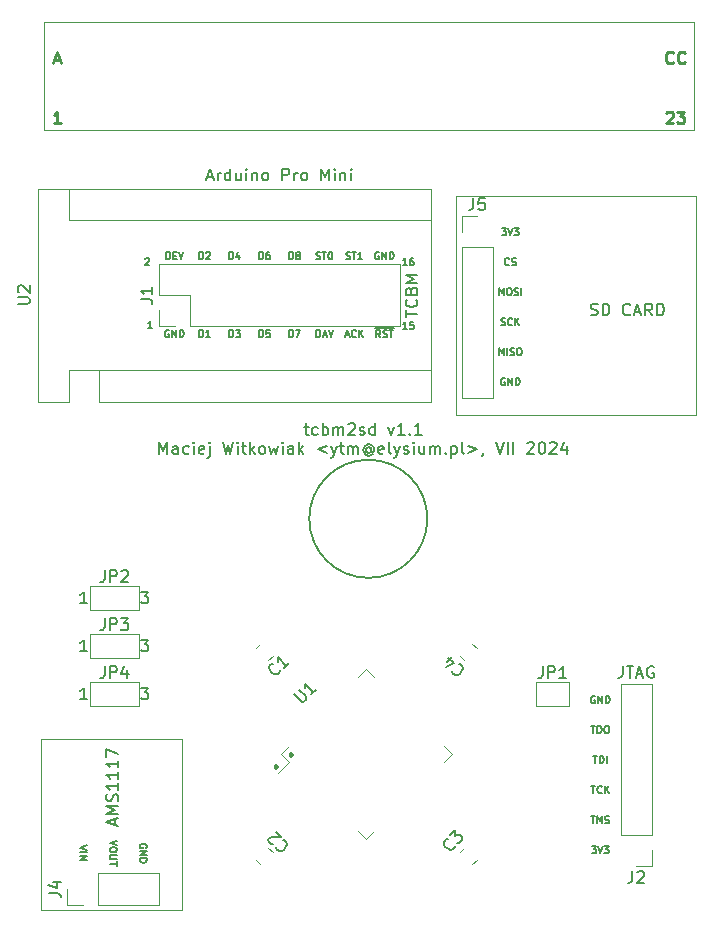
<source format=gto>
G04 #@! TF.GenerationSoftware,KiCad,Pcbnew,(6.0.11)*
G04 #@! TF.CreationDate,2024-07-24T19:14:20+02:00*
G04 #@! TF.ProjectId,tcbm2sd,7463626d-3273-4642-9e6b-696361645f70,1.1*
G04 #@! TF.SameCoordinates,Original*
G04 #@! TF.FileFunction,Legend,Top*
G04 #@! TF.FilePolarity,Positive*
%FSLAX46Y46*%
G04 Gerber Fmt 4.6, Leading zero omitted, Abs format (unit mm)*
G04 Created by KiCad (PCBNEW (6.0.11)) date 2024-07-24 19:14:20*
%MOMM*%
%LPD*%
G01*
G04 APERTURE LIST*
G04 Aperture macros list*
%AMRoundRect*
0 Rectangle with rounded corners*
0 $1 Rounding radius*
0 $2 $3 $4 $5 $6 $7 $8 $9 X,Y pos of 4 corners*
0 Add a 4 corners polygon primitive as box body*
4,1,4,$2,$3,$4,$5,$6,$7,$8,$9,$2,$3,0*
0 Add four circle primitives for the rounded corners*
1,1,$1+$1,$2,$3*
1,1,$1+$1,$4,$5*
1,1,$1+$1,$6,$7*
1,1,$1+$1,$8,$9*
0 Add four rect primitives between the rounded corners*
20,1,$1+$1,$2,$3,$4,$5,0*
20,1,$1+$1,$4,$5,$6,$7,0*
20,1,$1+$1,$6,$7,$8,$9,0*
20,1,$1+$1,$8,$9,$2,$3,0*%
G04 Aperture macros list end*
%ADD10C,0.150000*%
%ADD11C,0.300000*%
%ADD12C,0.120000*%
%ADD13C,0.250000*%
%ADD14C,0.127000*%
%ADD15R,1.000000X1.500000*%
%ADD16RoundRect,0.250000X-0.097227X0.574524X-0.574524X0.097227X0.097227X-0.574524X0.574524X-0.097227X0*%
%ADD17RoundRect,0.250000X0.574524X0.097227X0.097227X0.574524X-0.574524X-0.097227X-0.097227X-0.574524X0*%
%ADD18R,1.700000X1.700000*%
%ADD19O,1.700000X1.700000*%
%ADD20RoundRect,0.250000X-0.574524X-0.097227X-0.097227X-0.574524X0.574524X0.097227X0.097227X0.574524X0*%
%ADD21RoundRect,0.075000X-0.415425X-0.521491X0.521491X0.415425X0.415425X0.521491X-0.521491X-0.415425X0*%
%ADD22RoundRect,0.075000X0.415425X-0.521491X0.521491X-0.415425X-0.415425X0.521491X-0.521491X0.415425X0*%
%ADD23R,1.600000X1.600000*%
%ADD24O,1.600000X1.600000*%
%ADD25C,1.600000*%
%ADD26C,5.000000*%
%ADD27RoundRect,0.163300X-0.337500X-4.512500X0.337500X-4.512500X0.337500X4.512500X-0.337500X4.512500X0*%
G04 APERTURE END LIST*
D10*
X151777714Y-80535428D02*
X151434857Y-80535428D01*
X151606285Y-80535428D02*
X151606285Y-79935428D01*
X151549142Y-80021142D01*
X151492000Y-80078285D01*
X151434857Y-80106857D01*
X152292000Y-79935428D02*
X152177714Y-79935428D01*
X152120571Y-79964000D01*
X152092000Y-79992571D01*
X152034857Y-80078285D01*
X152006285Y-80192571D01*
X152006285Y-80421142D01*
X152034857Y-80478285D01*
X152063428Y-80506857D01*
X152120571Y-80535428D01*
X152234857Y-80535428D01*
X152292000Y-80506857D01*
X152320571Y-80478285D01*
X152349142Y-80421142D01*
X152349142Y-80278285D01*
X152320571Y-80221142D01*
X152292000Y-80192571D01*
X152234857Y-80164000D01*
X152120571Y-80164000D01*
X152063428Y-80192571D01*
X152034857Y-80221142D01*
X152006285Y-80278285D01*
X151777714Y-85934428D02*
X151434857Y-85934428D01*
X151606285Y-85934428D02*
X151606285Y-85334428D01*
X151549142Y-85420142D01*
X151492000Y-85477285D01*
X151434857Y-85505857D01*
X152320571Y-85334428D02*
X152034857Y-85334428D01*
X152006285Y-85620142D01*
X152034857Y-85591571D01*
X152092000Y-85563000D01*
X152234857Y-85563000D01*
X152292000Y-85591571D01*
X152320571Y-85620142D01*
X152349142Y-85677285D01*
X152349142Y-85820142D01*
X152320571Y-85877285D01*
X152292000Y-85905857D01*
X152234857Y-85934428D01*
X152092000Y-85934428D01*
X152034857Y-85905857D01*
X152006285Y-85877285D01*
X129622571Y-79992571D02*
X129651142Y-79964000D01*
X129708285Y-79935428D01*
X129851142Y-79935428D01*
X129908285Y-79964000D01*
X129936857Y-79992571D01*
X129965428Y-80049714D01*
X129965428Y-80106857D01*
X129936857Y-80192571D01*
X129594000Y-80535428D01*
X129965428Y-80535428D01*
X130219428Y-85869428D02*
X129876571Y-85869428D01*
X130048000Y-85869428D02*
X130048000Y-85269428D01*
X129990857Y-85355142D01*
X129933714Y-85412285D01*
X129876571Y-85440857D01*
D11*
X141986000Y-121947714D02*
X142057428Y-122019142D01*
X141986000Y-122090571D01*
X141914571Y-122019142D01*
X141986000Y-121947714D01*
X141986000Y-122090571D01*
D12*
X155956000Y-93218000D02*
X176276000Y-93218000D01*
X176276000Y-93218000D02*
X176276000Y-74676000D01*
X176276000Y-74676000D02*
X155956000Y-74676000D01*
X155956000Y-74676000D02*
X155956000Y-93218000D01*
X132715000Y-135129261D02*
X120777000Y-135129261D01*
X120777000Y-135129261D02*
X120777000Y-120651261D01*
X120777000Y-120651261D02*
X132715000Y-120651261D01*
X132715000Y-120651261D02*
X132715000Y-135129261D01*
D10*
X141797142Y-86631428D02*
X141797142Y-86031428D01*
X141940000Y-86031428D01*
X142025714Y-86060000D01*
X142082857Y-86117142D01*
X142111428Y-86174285D01*
X142140000Y-86288571D01*
X142140000Y-86374285D01*
X142111428Y-86488571D01*
X142082857Y-86545714D01*
X142025714Y-86602857D01*
X141940000Y-86631428D01*
X141797142Y-86631428D01*
X142340000Y-86031428D02*
X142740000Y-86031428D01*
X142482857Y-86631428D01*
X124661571Y-129646118D02*
X124061571Y-129846118D01*
X124661571Y-130046118D01*
X124061571Y-130246118D02*
X124661571Y-130246118D01*
X124061571Y-130531832D02*
X124661571Y-130531832D01*
X124061571Y-130874689D01*
X124661571Y-130874689D01*
X146577142Y-86460000D02*
X146862857Y-86460000D01*
X146520000Y-86631428D02*
X146720000Y-86031428D01*
X146920000Y-86631428D01*
X147462857Y-86574285D02*
X147434285Y-86602857D01*
X147348571Y-86631428D01*
X147291428Y-86631428D01*
X147205714Y-86602857D01*
X147148571Y-86545714D01*
X147120000Y-86488571D01*
X147091428Y-86374285D01*
X147091428Y-86288571D01*
X147120000Y-86174285D01*
X147148571Y-86117142D01*
X147205714Y-86060000D01*
X147291428Y-86031428D01*
X147348571Y-86031428D01*
X147434285Y-86060000D01*
X147462857Y-86088571D01*
X147720000Y-86631428D02*
X147720000Y-86031428D01*
X148062857Y-86631428D02*
X147805714Y-86288571D01*
X148062857Y-86031428D02*
X147720000Y-86374285D01*
X149045714Y-85862000D02*
X149645714Y-85862000D01*
X149531428Y-86631428D02*
X149331428Y-86345714D01*
X149188571Y-86631428D02*
X149188571Y-86031428D01*
X149417142Y-86031428D01*
X149474285Y-86060000D01*
X149502857Y-86088571D01*
X149531428Y-86145714D01*
X149531428Y-86231428D01*
X149502857Y-86288571D01*
X149474285Y-86317142D01*
X149417142Y-86345714D01*
X149188571Y-86345714D01*
X149645714Y-85862000D02*
X150217142Y-85862000D01*
X149760000Y-86602857D02*
X149845714Y-86631428D01*
X149988571Y-86631428D01*
X150045714Y-86602857D01*
X150074285Y-86574285D01*
X150102857Y-86517142D01*
X150102857Y-86460000D01*
X150074285Y-86402857D01*
X150045714Y-86374285D01*
X149988571Y-86345714D01*
X149874285Y-86317142D01*
X149817142Y-86288571D01*
X149788571Y-86260000D01*
X149760000Y-86202857D01*
X149760000Y-86145714D01*
X149788571Y-86088571D01*
X149817142Y-86060000D01*
X149874285Y-86031428D01*
X150017142Y-86031428D01*
X150102857Y-86060000D01*
X150217142Y-85862000D02*
X150674285Y-85862000D01*
X150274285Y-86031428D02*
X150617142Y-86031428D01*
X150445714Y-86631428D02*
X150445714Y-86031428D01*
X167348000Y-127179428D02*
X167690857Y-127179428D01*
X167519428Y-127779428D02*
X167519428Y-127179428D01*
X167890857Y-127779428D02*
X167890857Y-127179428D01*
X168090857Y-127608000D01*
X168290857Y-127179428D01*
X168290857Y-127779428D01*
X168548000Y-127750857D02*
X168633714Y-127779428D01*
X168776571Y-127779428D01*
X168833714Y-127750857D01*
X168862285Y-127722285D01*
X168890857Y-127665142D01*
X168890857Y-127608000D01*
X168862285Y-127550857D01*
X168833714Y-127522285D01*
X168776571Y-127493714D01*
X168662285Y-127465142D01*
X168605142Y-127436571D01*
X168576571Y-127408000D01*
X168548000Y-127350857D01*
X168548000Y-127293714D01*
X168576571Y-127236571D01*
X168605142Y-127208000D01*
X168662285Y-127179428D01*
X168805142Y-127179428D01*
X168890857Y-127208000D01*
X167533714Y-122099428D02*
X167876571Y-122099428D01*
X167705142Y-122699428D02*
X167705142Y-122099428D01*
X168076571Y-122699428D02*
X168076571Y-122099428D01*
X168219428Y-122099428D01*
X168305142Y-122128000D01*
X168362285Y-122185142D01*
X168390857Y-122242285D01*
X168419428Y-122356571D01*
X168419428Y-122442285D01*
X168390857Y-122556571D01*
X168362285Y-122613714D01*
X168305142Y-122670857D01*
X168219428Y-122699428D01*
X168076571Y-122699428D01*
X168676571Y-122699428D02*
X168676571Y-122099428D01*
X143058190Y-94230714D02*
X143439142Y-94230714D01*
X143201047Y-93897380D02*
X143201047Y-94754523D01*
X143248666Y-94849761D01*
X143343904Y-94897380D01*
X143439142Y-94897380D01*
X144201047Y-94849761D02*
X144105809Y-94897380D01*
X143915333Y-94897380D01*
X143820095Y-94849761D01*
X143772476Y-94802142D01*
X143724857Y-94706904D01*
X143724857Y-94421190D01*
X143772476Y-94325952D01*
X143820095Y-94278333D01*
X143915333Y-94230714D01*
X144105809Y-94230714D01*
X144201047Y-94278333D01*
X144629619Y-94897380D02*
X144629619Y-93897380D01*
X144629619Y-94278333D02*
X144724857Y-94230714D01*
X144915333Y-94230714D01*
X145010571Y-94278333D01*
X145058190Y-94325952D01*
X145105809Y-94421190D01*
X145105809Y-94706904D01*
X145058190Y-94802142D01*
X145010571Y-94849761D01*
X144915333Y-94897380D01*
X144724857Y-94897380D01*
X144629619Y-94849761D01*
X145534380Y-94897380D02*
X145534380Y-94230714D01*
X145534380Y-94325952D02*
X145582000Y-94278333D01*
X145677238Y-94230714D01*
X145820095Y-94230714D01*
X145915333Y-94278333D01*
X145962952Y-94373571D01*
X145962952Y-94897380D01*
X145962952Y-94373571D02*
X146010571Y-94278333D01*
X146105809Y-94230714D01*
X146248666Y-94230714D01*
X146343904Y-94278333D01*
X146391523Y-94373571D01*
X146391523Y-94897380D01*
X146820095Y-93992619D02*
X146867714Y-93945000D01*
X146962952Y-93897380D01*
X147201047Y-93897380D01*
X147296285Y-93945000D01*
X147343904Y-93992619D01*
X147391523Y-94087857D01*
X147391523Y-94183095D01*
X147343904Y-94325952D01*
X146772476Y-94897380D01*
X147391523Y-94897380D01*
X147772476Y-94849761D02*
X147867714Y-94897380D01*
X148058190Y-94897380D01*
X148153428Y-94849761D01*
X148201047Y-94754523D01*
X148201047Y-94706904D01*
X148153428Y-94611666D01*
X148058190Y-94564047D01*
X147915333Y-94564047D01*
X147820095Y-94516428D01*
X147772476Y-94421190D01*
X147772476Y-94373571D01*
X147820095Y-94278333D01*
X147915333Y-94230714D01*
X148058190Y-94230714D01*
X148153428Y-94278333D01*
X149058190Y-94897380D02*
X149058190Y-93897380D01*
X149058190Y-94849761D02*
X148962952Y-94897380D01*
X148772476Y-94897380D01*
X148677238Y-94849761D01*
X148629619Y-94802142D01*
X148582000Y-94706904D01*
X148582000Y-94421190D01*
X148629619Y-94325952D01*
X148677238Y-94278333D01*
X148772476Y-94230714D01*
X148962952Y-94230714D01*
X149058190Y-94278333D01*
X150201047Y-94230714D02*
X150439142Y-94897380D01*
X150677238Y-94230714D01*
X151582000Y-94897380D02*
X151010571Y-94897380D01*
X151296285Y-94897380D02*
X151296285Y-93897380D01*
X151201047Y-94040238D01*
X151105809Y-94135476D01*
X151010571Y-94183095D01*
X152010571Y-94802142D02*
X152058190Y-94849761D01*
X152010571Y-94897380D01*
X151962952Y-94849761D01*
X152010571Y-94802142D01*
X152010571Y-94897380D01*
X153010571Y-94897380D02*
X152439142Y-94897380D01*
X152724857Y-94897380D02*
X152724857Y-93897380D01*
X152629619Y-94040238D01*
X152534380Y-94135476D01*
X152439142Y-94183095D01*
X130820095Y-96507380D02*
X130820095Y-95507380D01*
X131153428Y-96221666D01*
X131486761Y-95507380D01*
X131486761Y-96507380D01*
X132391523Y-96507380D02*
X132391523Y-95983571D01*
X132343904Y-95888333D01*
X132248666Y-95840714D01*
X132058190Y-95840714D01*
X131962952Y-95888333D01*
X132391523Y-96459761D02*
X132296285Y-96507380D01*
X132058190Y-96507380D01*
X131962952Y-96459761D01*
X131915333Y-96364523D01*
X131915333Y-96269285D01*
X131962952Y-96174047D01*
X132058190Y-96126428D01*
X132296285Y-96126428D01*
X132391523Y-96078809D01*
X133296285Y-96459761D02*
X133201047Y-96507380D01*
X133010571Y-96507380D01*
X132915333Y-96459761D01*
X132867714Y-96412142D01*
X132820095Y-96316904D01*
X132820095Y-96031190D01*
X132867714Y-95935952D01*
X132915333Y-95888333D01*
X133010571Y-95840714D01*
X133201047Y-95840714D01*
X133296285Y-95888333D01*
X133724857Y-96507380D02*
X133724857Y-95840714D01*
X133724857Y-95507380D02*
X133677238Y-95555000D01*
X133724857Y-95602619D01*
X133772476Y-95555000D01*
X133724857Y-95507380D01*
X133724857Y-95602619D01*
X134582000Y-96459761D02*
X134486761Y-96507380D01*
X134296285Y-96507380D01*
X134201047Y-96459761D01*
X134153428Y-96364523D01*
X134153428Y-95983571D01*
X134201047Y-95888333D01*
X134296285Y-95840714D01*
X134486761Y-95840714D01*
X134582000Y-95888333D01*
X134629619Y-95983571D01*
X134629619Y-96078809D01*
X134153428Y-96174047D01*
X135058190Y-95840714D02*
X135058190Y-96697857D01*
X135010571Y-96793095D01*
X134915333Y-96840714D01*
X134867714Y-96840714D01*
X135058190Y-95507380D02*
X135010571Y-95555000D01*
X135058190Y-95602619D01*
X135105809Y-95555000D01*
X135058190Y-95507380D01*
X135058190Y-95602619D01*
X136201047Y-95507380D02*
X136439142Y-96507380D01*
X136629619Y-95793095D01*
X136820095Y-96507380D01*
X137058190Y-95507380D01*
X137439142Y-96507380D02*
X137439142Y-95840714D01*
X137439142Y-95507380D02*
X137391523Y-95555000D01*
X137439142Y-95602619D01*
X137486761Y-95555000D01*
X137439142Y-95507380D01*
X137439142Y-95602619D01*
X137772476Y-95840714D02*
X138153428Y-95840714D01*
X137915333Y-95507380D02*
X137915333Y-96364523D01*
X137962952Y-96459761D01*
X138058190Y-96507380D01*
X138153428Y-96507380D01*
X138486761Y-96507380D02*
X138486761Y-95507380D01*
X138582000Y-96126428D02*
X138867714Y-96507380D01*
X138867714Y-95840714D02*
X138486761Y-96221666D01*
X139439142Y-96507380D02*
X139343904Y-96459761D01*
X139296285Y-96412142D01*
X139248666Y-96316904D01*
X139248666Y-96031190D01*
X139296285Y-95935952D01*
X139343904Y-95888333D01*
X139439142Y-95840714D01*
X139582000Y-95840714D01*
X139677238Y-95888333D01*
X139724857Y-95935952D01*
X139772476Y-96031190D01*
X139772476Y-96316904D01*
X139724857Y-96412142D01*
X139677238Y-96459761D01*
X139582000Y-96507380D01*
X139439142Y-96507380D01*
X140105809Y-95840714D02*
X140296285Y-96507380D01*
X140486761Y-96031190D01*
X140677238Y-96507380D01*
X140867714Y-95840714D01*
X141248666Y-96507380D02*
X141248666Y-95840714D01*
X141248666Y-95507380D02*
X141201047Y-95555000D01*
X141248666Y-95602619D01*
X141296285Y-95555000D01*
X141248666Y-95507380D01*
X141248666Y-95602619D01*
X142153428Y-96507380D02*
X142153428Y-95983571D01*
X142105809Y-95888333D01*
X142010571Y-95840714D01*
X141820095Y-95840714D01*
X141724857Y-95888333D01*
X142153428Y-96459761D02*
X142058190Y-96507380D01*
X141820095Y-96507380D01*
X141724857Y-96459761D01*
X141677238Y-96364523D01*
X141677238Y-96269285D01*
X141724857Y-96174047D01*
X141820095Y-96126428D01*
X142058190Y-96126428D01*
X142153428Y-96078809D01*
X142629619Y-96507380D02*
X142629619Y-95507380D01*
X142724857Y-96126428D02*
X143010571Y-96507380D01*
X143010571Y-95840714D02*
X142629619Y-96221666D01*
X144962952Y-95840714D02*
X144201047Y-96126428D01*
X144962952Y-96412142D01*
X145343904Y-95840714D02*
X145582000Y-96507380D01*
X145820095Y-95840714D02*
X145582000Y-96507380D01*
X145486761Y-96745476D01*
X145439142Y-96793095D01*
X145343904Y-96840714D01*
X146058190Y-95840714D02*
X146439142Y-95840714D01*
X146201047Y-95507380D02*
X146201047Y-96364523D01*
X146248666Y-96459761D01*
X146343904Y-96507380D01*
X146439142Y-96507380D01*
X146772476Y-96507380D02*
X146772476Y-95840714D01*
X146772476Y-95935952D02*
X146820095Y-95888333D01*
X146915333Y-95840714D01*
X147058190Y-95840714D01*
X147153428Y-95888333D01*
X147201047Y-95983571D01*
X147201047Y-96507380D01*
X147201047Y-95983571D02*
X147248666Y-95888333D01*
X147343904Y-95840714D01*
X147486761Y-95840714D01*
X147582000Y-95888333D01*
X147629619Y-95983571D01*
X147629619Y-96507380D01*
X148724857Y-96031190D02*
X148677238Y-95983571D01*
X148582000Y-95935952D01*
X148486761Y-95935952D01*
X148391523Y-95983571D01*
X148343904Y-96031190D01*
X148296285Y-96126428D01*
X148296285Y-96221666D01*
X148343904Y-96316904D01*
X148391523Y-96364523D01*
X148486761Y-96412142D01*
X148582000Y-96412142D01*
X148677238Y-96364523D01*
X148724857Y-96316904D01*
X148724857Y-95935952D02*
X148724857Y-96316904D01*
X148772476Y-96364523D01*
X148820095Y-96364523D01*
X148915333Y-96316904D01*
X148962952Y-96221666D01*
X148962952Y-95983571D01*
X148867714Y-95840714D01*
X148724857Y-95745476D01*
X148534380Y-95697857D01*
X148343904Y-95745476D01*
X148201047Y-95840714D01*
X148105809Y-95983571D01*
X148058190Y-96174047D01*
X148105809Y-96364523D01*
X148201047Y-96507380D01*
X148343904Y-96602619D01*
X148534380Y-96650238D01*
X148724857Y-96602619D01*
X148867714Y-96507380D01*
X149772476Y-96459761D02*
X149677238Y-96507380D01*
X149486761Y-96507380D01*
X149391523Y-96459761D01*
X149343904Y-96364523D01*
X149343904Y-95983571D01*
X149391523Y-95888333D01*
X149486761Y-95840714D01*
X149677238Y-95840714D01*
X149772476Y-95888333D01*
X149820095Y-95983571D01*
X149820095Y-96078809D01*
X149343904Y-96174047D01*
X150391523Y-96507380D02*
X150296285Y-96459761D01*
X150248666Y-96364523D01*
X150248666Y-95507380D01*
X150677238Y-95840714D02*
X150915333Y-96507380D01*
X151153428Y-95840714D02*
X150915333Y-96507380D01*
X150820095Y-96745476D01*
X150772476Y-96793095D01*
X150677238Y-96840714D01*
X151486761Y-96459761D02*
X151582000Y-96507380D01*
X151772476Y-96507380D01*
X151867714Y-96459761D01*
X151915333Y-96364523D01*
X151915333Y-96316904D01*
X151867714Y-96221666D01*
X151772476Y-96174047D01*
X151629619Y-96174047D01*
X151534380Y-96126428D01*
X151486761Y-96031190D01*
X151486761Y-95983571D01*
X151534380Y-95888333D01*
X151629619Y-95840714D01*
X151772476Y-95840714D01*
X151867714Y-95888333D01*
X152343904Y-96507380D02*
X152343904Y-95840714D01*
X152343904Y-95507380D02*
X152296285Y-95555000D01*
X152343904Y-95602619D01*
X152391523Y-95555000D01*
X152343904Y-95507380D01*
X152343904Y-95602619D01*
X153248666Y-95840714D02*
X153248666Y-96507380D01*
X152820095Y-95840714D02*
X152820095Y-96364523D01*
X152867714Y-96459761D01*
X152962952Y-96507380D01*
X153105809Y-96507380D01*
X153201047Y-96459761D01*
X153248666Y-96412142D01*
X153724857Y-96507380D02*
X153724857Y-95840714D01*
X153724857Y-95935952D02*
X153772476Y-95888333D01*
X153867714Y-95840714D01*
X154010571Y-95840714D01*
X154105809Y-95888333D01*
X154153428Y-95983571D01*
X154153428Y-96507380D01*
X154153428Y-95983571D02*
X154201047Y-95888333D01*
X154296285Y-95840714D01*
X154439142Y-95840714D01*
X154534380Y-95888333D01*
X154582000Y-95983571D01*
X154582000Y-96507380D01*
X155058190Y-96412142D02*
X155105809Y-96459761D01*
X155058190Y-96507380D01*
X155010571Y-96459761D01*
X155058190Y-96412142D01*
X155058190Y-96507380D01*
X155534380Y-95840714D02*
X155534380Y-96840714D01*
X155534380Y-95888333D02*
X155629619Y-95840714D01*
X155820095Y-95840714D01*
X155915333Y-95888333D01*
X155962952Y-95935952D01*
X156010571Y-96031190D01*
X156010571Y-96316904D01*
X155962952Y-96412142D01*
X155915333Y-96459761D01*
X155820095Y-96507380D01*
X155629619Y-96507380D01*
X155534380Y-96459761D01*
X156582000Y-96507380D02*
X156486761Y-96459761D01*
X156439142Y-96364523D01*
X156439142Y-95507380D01*
X156962952Y-95840714D02*
X157724857Y-96126428D01*
X156962952Y-96412142D01*
X158248666Y-96459761D02*
X158248666Y-96507380D01*
X158201047Y-96602619D01*
X158153428Y-96650238D01*
X159296285Y-95507380D02*
X159629619Y-96507380D01*
X159962952Y-95507380D01*
X160296285Y-96507380D02*
X160296285Y-95507380D01*
X160772476Y-96507380D02*
X160772476Y-95507380D01*
X161962952Y-95602619D02*
X162010571Y-95555000D01*
X162105809Y-95507380D01*
X162343904Y-95507380D01*
X162439142Y-95555000D01*
X162486761Y-95602619D01*
X162534380Y-95697857D01*
X162534380Y-95793095D01*
X162486761Y-95935952D01*
X161915333Y-96507380D01*
X162534380Y-96507380D01*
X163153428Y-95507380D02*
X163248666Y-95507380D01*
X163343904Y-95555000D01*
X163391523Y-95602619D01*
X163439142Y-95697857D01*
X163486761Y-95888333D01*
X163486761Y-96126428D01*
X163439142Y-96316904D01*
X163391523Y-96412142D01*
X163343904Y-96459761D01*
X163248666Y-96507380D01*
X163153428Y-96507380D01*
X163058190Y-96459761D01*
X163010571Y-96412142D01*
X162962952Y-96316904D01*
X162915333Y-96126428D01*
X162915333Y-95888333D01*
X162962952Y-95697857D01*
X163010571Y-95602619D01*
X163058190Y-95555000D01*
X163153428Y-95507380D01*
X163867714Y-95602619D02*
X163915333Y-95555000D01*
X164010571Y-95507380D01*
X164248666Y-95507380D01*
X164343904Y-95555000D01*
X164391523Y-95602619D01*
X164439142Y-95697857D01*
X164439142Y-95793095D01*
X164391523Y-95935952D01*
X163820095Y-96507380D01*
X164439142Y-96507380D01*
X165296285Y-95840714D02*
X165296285Y-96507380D01*
X165058190Y-95459761D02*
X164820095Y-96174047D01*
X165439142Y-96174047D01*
X167405142Y-129719428D02*
X167776571Y-129719428D01*
X167576571Y-129948000D01*
X167662285Y-129948000D01*
X167719428Y-129976571D01*
X167748000Y-130005142D01*
X167776571Y-130062285D01*
X167776571Y-130205142D01*
X167748000Y-130262285D01*
X167719428Y-130290857D01*
X167662285Y-130319428D01*
X167490857Y-130319428D01*
X167433714Y-130290857D01*
X167405142Y-130262285D01*
X167948000Y-129719428D02*
X168148000Y-130319428D01*
X168348000Y-129719428D01*
X168490857Y-129719428D02*
X168862285Y-129719428D01*
X168662285Y-129948000D01*
X168748000Y-129948000D01*
X168805142Y-129976571D01*
X168833714Y-130005142D01*
X168862285Y-130062285D01*
X168862285Y-130205142D01*
X168833714Y-130262285D01*
X168805142Y-130290857D01*
X168748000Y-130319428D01*
X168576571Y-130319428D01*
X168519428Y-130290857D01*
X168490857Y-130262285D01*
X159756571Y-85586857D02*
X159842285Y-85615428D01*
X159985142Y-85615428D01*
X160042285Y-85586857D01*
X160070857Y-85558285D01*
X160099428Y-85501142D01*
X160099428Y-85444000D01*
X160070857Y-85386857D01*
X160042285Y-85358285D01*
X159985142Y-85329714D01*
X159870857Y-85301142D01*
X159813714Y-85272571D01*
X159785142Y-85244000D01*
X159756571Y-85186857D01*
X159756571Y-85129714D01*
X159785142Y-85072571D01*
X159813714Y-85044000D01*
X159870857Y-85015428D01*
X160013714Y-85015428D01*
X160099428Y-85044000D01*
X160699428Y-85558285D02*
X160670857Y-85586857D01*
X160585142Y-85615428D01*
X160528000Y-85615428D01*
X160442285Y-85586857D01*
X160385142Y-85529714D01*
X160356571Y-85472571D01*
X160328000Y-85358285D01*
X160328000Y-85272571D01*
X160356571Y-85158285D01*
X160385142Y-85101142D01*
X160442285Y-85044000D01*
X160528000Y-85015428D01*
X160585142Y-85015428D01*
X160670857Y-85044000D01*
X160699428Y-85072571D01*
X160956571Y-85615428D02*
X160956571Y-85015428D01*
X161299428Y-85615428D02*
X161042285Y-85272571D01*
X161299428Y-85015428D02*
X160956571Y-85358285D01*
X159585142Y-88155428D02*
X159585142Y-87555428D01*
X159785142Y-87984000D01*
X159985142Y-87555428D01*
X159985142Y-88155428D01*
X160270857Y-88155428D02*
X160270857Y-87555428D01*
X160528000Y-88126857D02*
X160613714Y-88155428D01*
X160756571Y-88155428D01*
X160813714Y-88126857D01*
X160842285Y-88098285D01*
X160870857Y-88041142D01*
X160870857Y-87984000D01*
X160842285Y-87926857D01*
X160813714Y-87898285D01*
X160756571Y-87869714D01*
X160642285Y-87841142D01*
X160585142Y-87812571D01*
X160556571Y-87784000D01*
X160528000Y-87726857D01*
X160528000Y-87669714D01*
X160556571Y-87612571D01*
X160585142Y-87584000D01*
X160642285Y-87555428D01*
X160785142Y-87555428D01*
X160870857Y-87584000D01*
X161242285Y-87555428D02*
X161356571Y-87555428D01*
X161413714Y-87584000D01*
X161470857Y-87641142D01*
X161499428Y-87755428D01*
X161499428Y-87955428D01*
X161470857Y-88069714D01*
X161413714Y-88126857D01*
X161356571Y-88155428D01*
X161242285Y-88155428D01*
X161185142Y-88126857D01*
X161128000Y-88069714D01*
X161099428Y-87955428D01*
X161099428Y-87755428D01*
X161128000Y-87641142D01*
X161185142Y-87584000D01*
X161242285Y-87555428D01*
X136717142Y-80027428D02*
X136717142Y-79427428D01*
X136860000Y-79427428D01*
X136945714Y-79456000D01*
X137002857Y-79513142D01*
X137031428Y-79570285D01*
X137060000Y-79684571D01*
X137060000Y-79770285D01*
X137031428Y-79884571D01*
X137002857Y-79941714D01*
X136945714Y-79998857D01*
X136860000Y-80027428D01*
X136717142Y-80027428D01*
X137574285Y-79627428D02*
X137574285Y-80027428D01*
X137431428Y-79398857D02*
X137288571Y-79827428D01*
X137660000Y-79827428D01*
X160428000Y-80478285D02*
X160399428Y-80506857D01*
X160313714Y-80535428D01*
X160256571Y-80535428D01*
X160170857Y-80506857D01*
X160113714Y-80449714D01*
X160085142Y-80392571D01*
X160056571Y-80278285D01*
X160056571Y-80192571D01*
X160085142Y-80078285D01*
X160113714Y-80021142D01*
X160170857Y-79964000D01*
X160256571Y-79935428D01*
X160313714Y-79935428D01*
X160399428Y-79964000D01*
X160428000Y-79992571D01*
X160656571Y-80506857D02*
X160742285Y-80535428D01*
X160885142Y-80535428D01*
X160942285Y-80506857D01*
X160970857Y-80478285D01*
X160999428Y-80421142D01*
X160999428Y-80364000D01*
X160970857Y-80306857D01*
X160942285Y-80278285D01*
X160885142Y-80249714D01*
X160770857Y-80221142D01*
X160713714Y-80192571D01*
X160685142Y-80164000D01*
X160656571Y-80106857D01*
X160656571Y-80049714D01*
X160685142Y-79992571D01*
X160713714Y-79964000D01*
X160770857Y-79935428D01*
X160913714Y-79935428D01*
X160999428Y-79964000D01*
X159785142Y-77395428D02*
X160156571Y-77395428D01*
X159956571Y-77624000D01*
X160042285Y-77624000D01*
X160099428Y-77652571D01*
X160128000Y-77681142D01*
X160156571Y-77738285D01*
X160156571Y-77881142D01*
X160128000Y-77938285D01*
X160099428Y-77966857D01*
X160042285Y-77995428D01*
X159870857Y-77995428D01*
X159813714Y-77966857D01*
X159785142Y-77938285D01*
X160328000Y-77395428D02*
X160528000Y-77995428D01*
X160728000Y-77395428D01*
X160870857Y-77395428D02*
X161242285Y-77395428D01*
X161042285Y-77624000D01*
X161128000Y-77624000D01*
X161185142Y-77652571D01*
X161213714Y-77681142D01*
X161242285Y-77738285D01*
X161242285Y-77881142D01*
X161213714Y-77938285D01*
X161185142Y-77966857D01*
X161128000Y-77995428D01*
X160956571Y-77995428D01*
X160899428Y-77966857D01*
X160870857Y-77938285D01*
X127201571Y-129246118D02*
X126601571Y-129446118D01*
X127201571Y-129646118D01*
X127201571Y-129960403D02*
X127201571Y-130074689D01*
X127173000Y-130131832D01*
X127115857Y-130188975D01*
X127001571Y-130217546D01*
X126801571Y-130217546D01*
X126687285Y-130188975D01*
X126630142Y-130131832D01*
X126601571Y-130074689D01*
X126601571Y-129960403D01*
X126630142Y-129903261D01*
X126687285Y-129846118D01*
X126801571Y-129817546D01*
X127001571Y-129817546D01*
X127115857Y-129846118D01*
X127173000Y-129903261D01*
X127201571Y-129960403D01*
X127201571Y-130474689D02*
X126715857Y-130474689D01*
X126658714Y-130503261D01*
X126630142Y-130531832D01*
X126601571Y-130588975D01*
X126601571Y-130703261D01*
X126630142Y-130760403D01*
X126658714Y-130788975D01*
X126715857Y-130817546D01*
X127201571Y-130817546D01*
X127201571Y-131017546D02*
X127201571Y-131360403D01*
X126601571Y-131188975D02*
X127201571Y-131188975D01*
D13*
X173736095Y-67619619D02*
X173783714Y-67572000D01*
X173878952Y-67524380D01*
X174117047Y-67524380D01*
X174212285Y-67572000D01*
X174259904Y-67619619D01*
X174307523Y-67714857D01*
X174307523Y-67810095D01*
X174259904Y-67952952D01*
X173688476Y-68524380D01*
X174307523Y-68524380D01*
X174640857Y-67524380D02*
X175259904Y-67524380D01*
X174926571Y-67905333D01*
X175069428Y-67905333D01*
X175164666Y-67952952D01*
X175212285Y-68000571D01*
X175259904Y-68095809D01*
X175259904Y-68333904D01*
X175212285Y-68429142D01*
X175164666Y-68476761D01*
X175069428Y-68524380D01*
X174783714Y-68524380D01*
X174688476Y-68476761D01*
X174640857Y-68429142D01*
X122459714Y-68524380D02*
X121888285Y-68524380D01*
X122174000Y-68524380D02*
X122174000Y-67524380D01*
X122078761Y-67667238D01*
X121983523Y-67762476D01*
X121888285Y-67810095D01*
D10*
X131394285Y-80027428D02*
X131394285Y-79427428D01*
X131537142Y-79427428D01*
X131622857Y-79456000D01*
X131680000Y-79513142D01*
X131708571Y-79570285D01*
X131737142Y-79684571D01*
X131737142Y-79770285D01*
X131708571Y-79884571D01*
X131680000Y-79941714D01*
X131622857Y-79998857D01*
X131537142Y-80027428D01*
X131394285Y-80027428D01*
X131994285Y-79713142D02*
X132194285Y-79713142D01*
X132280000Y-80027428D02*
X131994285Y-80027428D01*
X131994285Y-79427428D01*
X132280000Y-79427428D01*
X132451428Y-79427428D02*
X132651428Y-80027428D01*
X132851428Y-79427428D01*
X134177142Y-80027428D02*
X134177142Y-79427428D01*
X134320000Y-79427428D01*
X134405714Y-79456000D01*
X134462857Y-79513142D01*
X134491428Y-79570285D01*
X134520000Y-79684571D01*
X134520000Y-79770285D01*
X134491428Y-79884571D01*
X134462857Y-79941714D01*
X134405714Y-79998857D01*
X134320000Y-80027428D01*
X134177142Y-80027428D01*
X134748571Y-79484571D02*
X134777142Y-79456000D01*
X134834285Y-79427428D01*
X134977142Y-79427428D01*
X135034285Y-79456000D01*
X135062857Y-79484571D01*
X135091428Y-79541714D01*
X135091428Y-79598857D01*
X135062857Y-79684571D01*
X134720000Y-80027428D01*
X135091428Y-80027428D01*
X141797142Y-80027428D02*
X141797142Y-79427428D01*
X141940000Y-79427428D01*
X142025714Y-79456000D01*
X142082857Y-79513142D01*
X142111428Y-79570285D01*
X142140000Y-79684571D01*
X142140000Y-79770285D01*
X142111428Y-79884571D01*
X142082857Y-79941714D01*
X142025714Y-79998857D01*
X141940000Y-80027428D01*
X141797142Y-80027428D01*
X142482857Y-79684571D02*
X142425714Y-79656000D01*
X142397142Y-79627428D01*
X142368571Y-79570285D01*
X142368571Y-79541714D01*
X142397142Y-79484571D01*
X142425714Y-79456000D01*
X142482857Y-79427428D01*
X142597142Y-79427428D01*
X142654285Y-79456000D01*
X142682857Y-79484571D01*
X142711428Y-79541714D01*
X142711428Y-79570285D01*
X142682857Y-79627428D01*
X142654285Y-79656000D01*
X142597142Y-79684571D01*
X142482857Y-79684571D01*
X142425714Y-79713142D01*
X142397142Y-79741714D01*
X142368571Y-79798857D01*
X142368571Y-79913142D01*
X142397142Y-79970285D01*
X142425714Y-79998857D01*
X142482857Y-80027428D01*
X142597142Y-80027428D01*
X142654285Y-79998857D01*
X142682857Y-79970285D01*
X142711428Y-79913142D01*
X142711428Y-79798857D01*
X142682857Y-79741714D01*
X142654285Y-79713142D01*
X142597142Y-79684571D01*
D11*
X140716000Y-122963714D02*
X140787428Y-123035142D01*
X140716000Y-123106571D01*
X140644571Y-123035142D01*
X140716000Y-122963714D01*
X140716000Y-123106571D01*
D10*
X144094285Y-79998857D02*
X144180000Y-80027428D01*
X144322857Y-80027428D01*
X144380000Y-79998857D01*
X144408571Y-79970285D01*
X144437142Y-79913142D01*
X144437142Y-79856000D01*
X144408571Y-79798857D01*
X144380000Y-79770285D01*
X144322857Y-79741714D01*
X144208571Y-79713142D01*
X144151428Y-79684571D01*
X144122857Y-79656000D01*
X144094285Y-79598857D01*
X144094285Y-79541714D01*
X144122857Y-79484571D01*
X144151428Y-79456000D01*
X144208571Y-79427428D01*
X144351428Y-79427428D01*
X144437142Y-79456000D01*
X144608571Y-79427428D02*
X144951428Y-79427428D01*
X144780000Y-80027428D02*
X144780000Y-79427428D01*
X145265714Y-79427428D02*
X145322857Y-79427428D01*
X145380000Y-79456000D01*
X145408571Y-79484571D01*
X145437142Y-79541714D01*
X145465714Y-79656000D01*
X145465714Y-79798857D01*
X145437142Y-79913142D01*
X145408571Y-79970285D01*
X145380000Y-79998857D01*
X145322857Y-80027428D01*
X145265714Y-80027428D01*
X145208571Y-79998857D01*
X145180000Y-79970285D01*
X145151428Y-79913142D01*
X145122857Y-79798857D01*
X145122857Y-79656000D01*
X145151428Y-79541714D01*
X145180000Y-79484571D01*
X145208571Y-79456000D01*
X145265714Y-79427428D01*
X136717142Y-86631428D02*
X136717142Y-86031428D01*
X136860000Y-86031428D01*
X136945714Y-86060000D01*
X137002857Y-86117142D01*
X137031428Y-86174285D01*
X137060000Y-86288571D01*
X137060000Y-86374285D01*
X137031428Y-86488571D01*
X137002857Y-86545714D01*
X136945714Y-86602857D01*
X136860000Y-86631428D01*
X136717142Y-86631428D01*
X137260000Y-86031428D02*
X137631428Y-86031428D01*
X137431428Y-86260000D01*
X137517142Y-86260000D01*
X137574285Y-86288571D01*
X137602857Y-86317142D01*
X137631428Y-86374285D01*
X137631428Y-86517142D01*
X137602857Y-86574285D01*
X137574285Y-86602857D01*
X137517142Y-86631428D01*
X137345714Y-86631428D01*
X137288571Y-86602857D01*
X137260000Y-86574285D01*
D13*
X121935904Y-63158666D02*
X122412095Y-63158666D01*
X121840666Y-63444380D02*
X122174000Y-62444380D01*
X122507333Y-63444380D01*
D10*
X129713000Y-129846118D02*
X129741571Y-129788975D01*
X129741571Y-129703261D01*
X129713000Y-129617546D01*
X129655857Y-129560403D01*
X129598714Y-129531832D01*
X129484428Y-129503261D01*
X129398714Y-129503261D01*
X129284428Y-129531832D01*
X129227285Y-129560403D01*
X129170142Y-129617546D01*
X129141571Y-129703261D01*
X129141571Y-129760403D01*
X129170142Y-129846118D01*
X129198714Y-129874689D01*
X129398714Y-129874689D01*
X129398714Y-129760403D01*
X129141571Y-130131832D02*
X129741571Y-130131832D01*
X129141571Y-130474689D01*
X129741571Y-130474689D01*
X129141571Y-130760403D02*
X129741571Y-130760403D01*
X129741571Y-130903261D01*
X129713000Y-130988975D01*
X129655857Y-131046118D01*
X129598714Y-131074689D01*
X129484428Y-131103261D01*
X129398714Y-131103261D01*
X129284428Y-131074689D01*
X129227285Y-131046118D01*
X129170142Y-130988975D01*
X129141571Y-130903261D01*
X129141571Y-130760403D01*
X149402857Y-79456000D02*
X149345714Y-79427428D01*
X149260000Y-79427428D01*
X149174285Y-79456000D01*
X149117142Y-79513142D01*
X149088571Y-79570285D01*
X149060000Y-79684571D01*
X149060000Y-79770285D01*
X149088571Y-79884571D01*
X149117142Y-79941714D01*
X149174285Y-79998857D01*
X149260000Y-80027428D01*
X149317142Y-80027428D01*
X149402857Y-79998857D01*
X149431428Y-79970285D01*
X149431428Y-79770285D01*
X149317142Y-79770285D01*
X149688571Y-80027428D02*
X149688571Y-79427428D01*
X150031428Y-80027428D01*
X150031428Y-79427428D01*
X150317142Y-80027428D02*
X150317142Y-79427428D01*
X150460000Y-79427428D01*
X150545714Y-79456000D01*
X150602857Y-79513142D01*
X150631428Y-79570285D01*
X150660000Y-79684571D01*
X150660000Y-79770285D01*
X150631428Y-79884571D01*
X150602857Y-79941714D01*
X150545714Y-79998857D01*
X150460000Y-80027428D01*
X150317142Y-80027428D01*
X167690857Y-117048000D02*
X167633714Y-117019428D01*
X167548000Y-117019428D01*
X167462285Y-117048000D01*
X167405142Y-117105142D01*
X167376571Y-117162285D01*
X167348000Y-117276571D01*
X167348000Y-117362285D01*
X167376571Y-117476571D01*
X167405142Y-117533714D01*
X167462285Y-117590857D01*
X167548000Y-117619428D01*
X167605142Y-117619428D01*
X167690857Y-117590857D01*
X167719428Y-117562285D01*
X167719428Y-117362285D01*
X167605142Y-117362285D01*
X167976571Y-117619428D02*
X167976571Y-117019428D01*
X168319428Y-117619428D01*
X168319428Y-117019428D01*
X168605142Y-117619428D02*
X168605142Y-117019428D01*
X168748000Y-117019428D01*
X168833714Y-117048000D01*
X168890857Y-117105142D01*
X168919428Y-117162285D01*
X168948000Y-117276571D01*
X168948000Y-117362285D01*
X168919428Y-117476571D01*
X168890857Y-117533714D01*
X168833714Y-117590857D01*
X168748000Y-117619428D01*
X168605142Y-117619428D01*
X167362285Y-119559428D02*
X167705142Y-119559428D01*
X167533714Y-120159428D02*
X167533714Y-119559428D01*
X167905142Y-120159428D02*
X167905142Y-119559428D01*
X168048000Y-119559428D01*
X168133714Y-119588000D01*
X168190857Y-119645142D01*
X168219428Y-119702285D01*
X168248000Y-119816571D01*
X168248000Y-119902285D01*
X168219428Y-120016571D01*
X168190857Y-120073714D01*
X168133714Y-120130857D01*
X168048000Y-120159428D01*
X167905142Y-120159428D01*
X168619428Y-119559428D02*
X168733714Y-119559428D01*
X168790857Y-119588000D01*
X168848000Y-119645142D01*
X168876571Y-119759428D01*
X168876571Y-119959428D01*
X168848000Y-120073714D01*
X168790857Y-120130857D01*
X168733714Y-120159428D01*
X168619428Y-120159428D01*
X168562285Y-120130857D01*
X168505142Y-120073714D01*
X168476571Y-119959428D01*
X168476571Y-119759428D01*
X168505142Y-119645142D01*
X168562285Y-119588000D01*
X168619428Y-119559428D01*
X167376571Y-124639428D02*
X167719428Y-124639428D01*
X167548000Y-125239428D02*
X167548000Y-124639428D01*
X168262285Y-125182285D02*
X168233714Y-125210857D01*
X168148000Y-125239428D01*
X168090857Y-125239428D01*
X168005142Y-125210857D01*
X167948000Y-125153714D01*
X167919428Y-125096571D01*
X167890857Y-124982285D01*
X167890857Y-124896571D01*
X167919428Y-124782285D01*
X167948000Y-124725142D01*
X168005142Y-124668000D01*
X168090857Y-124639428D01*
X168148000Y-124639428D01*
X168233714Y-124668000D01*
X168262285Y-124696571D01*
X168519428Y-125239428D02*
X168519428Y-124639428D01*
X168862285Y-125239428D02*
X168605142Y-124896571D01*
X168862285Y-124639428D02*
X168519428Y-124982285D01*
X146634285Y-79998857D02*
X146720000Y-80027428D01*
X146862857Y-80027428D01*
X146920000Y-79998857D01*
X146948571Y-79970285D01*
X146977142Y-79913142D01*
X146977142Y-79856000D01*
X146948571Y-79798857D01*
X146920000Y-79770285D01*
X146862857Y-79741714D01*
X146748571Y-79713142D01*
X146691428Y-79684571D01*
X146662857Y-79656000D01*
X146634285Y-79598857D01*
X146634285Y-79541714D01*
X146662857Y-79484571D01*
X146691428Y-79456000D01*
X146748571Y-79427428D01*
X146891428Y-79427428D01*
X146977142Y-79456000D01*
X147148571Y-79427428D02*
X147491428Y-79427428D01*
X147320000Y-80027428D02*
X147320000Y-79427428D01*
X148005714Y-80027428D02*
X147662857Y-80027428D01*
X147834285Y-80027428D02*
X147834285Y-79427428D01*
X147777142Y-79513142D01*
X147720000Y-79570285D01*
X147662857Y-79598857D01*
X159585142Y-83075428D02*
X159585142Y-82475428D01*
X159785142Y-82904000D01*
X159985142Y-82475428D01*
X159985142Y-83075428D01*
X160385142Y-82475428D02*
X160499428Y-82475428D01*
X160556571Y-82504000D01*
X160613714Y-82561142D01*
X160642285Y-82675428D01*
X160642285Y-82875428D01*
X160613714Y-82989714D01*
X160556571Y-83046857D01*
X160499428Y-83075428D01*
X160385142Y-83075428D01*
X160328000Y-83046857D01*
X160270857Y-82989714D01*
X160242285Y-82875428D01*
X160242285Y-82675428D01*
X160270857Y-82561142D01*
X160328000Y-82504000D01*
X160385142Y-82475428D01*
X160870857Y-83046857D02*
X160956571Y-83075428D01*
X161099428Y-83075428D01*
X161156571Y-83046857D01*
X161185142Y-83018285D01*
X161213714Y-82961142D01*
X161213714Y-82904000D01*
X161185142Y-82846857D01*
X161156571Y-82818285D01*
X161099428Y-82789714D01*
X160985142Y-82761142D01*
X160928000Y-82732571D01*
X160899428Y-82704000D01*
X160870857Y-82646857D01*
X160870857Y-82589714D01*
X160899428Y-82532571D01*
X160928000Y-82504000D01*
X160985142Y-82475428D01*
X161128000Y-82475428D01*
X161213714Y-82504000D01*
X161470857Y-83075428D02*
X161470857Y-82475428D01*
X144108571Y-86631428D02*
X144108571Y-86031428D01*
X144251428Y-86031428D01*
X144337142Y-86060000D01*
X144394285Y-86117142D01*
X144422857Y-86174285D01*
X144451428Y-86288571D01*
X144451428Y-86374285D01*
X144422857Y-86488571D01*
X144394285Y-86545714D01*
X144337142Y-86602857D01*
X144251428Y-86631428D01*
X144108571Y-86631428D01*
X144680000Y-86460000D02*
X144965714Y-86460000D01*
X144622857Y-86631428D02*
X144822857Y-86031428D01*
X145022857Y-86631428D01*
X145137142Y-86031428D02*
X145337142Y-86631428D01*
X145537142Y-86031428D01*
X134177142Y-86631428D02*
X134177142Y-86031428D01*
X134320000Y-86031428D01*
X134405714Y-86060000D01*
X134462857Y-86117142D01*
X134491428Y-86174285D01*
X134520000Y-86288571D01*
X134520000Y-86374285D01*
X134491428Y-86488571D01*
X134462857Y-86545714D01*
X134405714Y-86602857D01*
X134320000Y-86631428D01*
X134177142Y-86631428D01*
X135091428Y-86631428D02*
X134748571Y-86631428D01*
X134920000Y-86631428D02*
X134920000Y-86031428D01*
X134862857Y-86117142D01*
X134805714Y-86174285D01*
X134748571Y-86202857D01*
X131622857Y-86060000D02*
X131565714Y-86031428D01*
X131480000Y-86031428D01*
X131394285Y-86060000D01*
X131337142Y-86117142D01*
X131308571Y-86174285D01*
X131280000Y-86288571D01*
X131280000Y-86374285D01*
X131308571Y-86488571D01*
X131337142Y-86545714D01*
X131394285Y-86602857D01*
X131480000Y-86631428D01*
X131537142Y-86631428D01*
X131622857Y-86602857D01*
X131651428Y-86574285D01*
X131651428Y-86374285D01*
X131537142Y-86374285D01*
X131908571Y-86631428D02*
X131908571Y-86031428D01*
X132251428Y-86631428D01*
X132251428Y-86031428D01*
X132537142Y-86631428D02*
X132537142Y-86031428D01*
X132680000Y-86031428D01*
X132765714Y-86060000D01*
X132822857Y-86117142D01*
X132851428Y-86174285D01*
X132880000Y-86288571D01*
X132880000Y-86374285D01*
X132851428Y-86488571D01*
X132822857Y-86545714D01*
X132765714Y-86602857D01*
X132680000Y-86631428D01*
X132537142Y-86631428D01*
X139257142Y-80027428D02*
X139257142Y-79427428D01*
X139400000Y-79427428D01*
X139485714Y-79456000D01*
X139542857Y-79513142D01*
X139571428Y-79570285D01*
X139600000Y-79684571D01*
X139600000Y-79770285D01*
X139571428Y-79884571D01*
X139542857Y-79941714D01*
X139485714Y-79998857D01*
X139400000Y-80027428D01*
X139257142Y-80027428D01*
X140114285Y-79427428D02*
X140000000Y-79427428D01*
X139942857Y-79456000D01*
X139914285Y-79484571D01*
X139857142Y-79570285D01*
X139828571Y-79684571D01*
X139828571Y-79913142D01*
X139857142Y-79970285D01*
X139885714Y-79998857D01*
X139942857Y-80027428D01*
X140057142Y-80027428D01*
X140114285Y-79998857D01*
X140142857Y-79970285D01*
X140171428Y-79913142D01*
X140171428Y-79770285D01*
X140142857Y-79713142D01*
X140114285Y-79684571D01*
X140057142Y-79656000D01*
X139942857Y-79656000D01*
X139885714Y-79684571D01*
X139857142Y-79713142D01*
X139828571Y-79770285D01*
D13*
X174307523Y-63349142D02*
X174259904Y-63396761D01*
X174117047Y-63444380D01*
X174021809Y-63444380D01*
X173878952Y-63396761D01*
X173783714Y-63301523D01*
X173736095Y-63206285D01*
X173688476Y-63015809D01*
X173688476Y-62872952D01*
X173736095Y-62682476D01*
X173783714Y-62587238D01*
X173878952Y-62492000D01*
X174021809Y-62444380D01*
X174117047Y-62444380D01*
X174259904Y-62492000D01*
X174307523Y-62539619D01*
X175307523Y-63349142D02*
X175259904Y-63396761D01*
X175117047Y-63444380D01*
X175021809Y-63444380D01*
X174878952Y-63396761D01*
X174783714Y-63301523D01*
X174736095Y-63206285D01*
X174688476Y-63015809D01*
X174688476Y-62872952D01*
X174736095Y-62682476D01*
X174783714Y-62587238D01*
X174878952Y-62492000D01*
X175021809Y-62444380D01*
X175117047Y-62444380D01*
X175259904Y-62492000D01*
X175307523Y-62539619D01*
D10*
X139257142Y-86631428D02*
X139257142Y-86031428D01*
X139400000Y-86031428D01*
X139485714Y-86060000D01*
X139542857Y-86117142D01*
X139571428Y-86174285D01*
X139600000Y-86288571D01*
X139600000Y-86374285D01*
X139571428Y-86488571D01*
X139542857Y-86545714D01*
X139485714Y-86602857D01*
X139400000Y-86631428D01*
X139257142Y-86631428D01*
X140142857Y-86031428D02*
X139857142Y-86031428D01*
X139828571Y-86317142D01*
X139857142Y-86288571D01*
X139914285Y-86260000D01*
X140057142Y-86260000D01*
X140114285Y-86288571D01*
X140142857Y-86317142D01*
X140171428Y-86374285D01*
X140171428Y-86517142D01*
X140142857Y-86574285D01*
X140114285Y-86602857D01*
X140057142Y-86631428D01*
X139914285Y-86631428D01*
X139857142Y-86602857D01*
X139828571Y-86574285D01*
X160070857Y-90124000D02*
X160013714Y-90095428D01*
X159928000Y-90095428D01*
X159842285Y-90124000D01*
X159785142Y-90181142D01*
X159756571Y-90238285D01*
X159728000Y-90352571D01*
X159728000Y-90438285D01*
X159756571Y-90552571D01*
X159785142Y-90609714D01*
X159842285Y-90666857D01*
X159928000Y-90695428D01*
X159985142Y-90695428D01*
X160070857Y-90666857D01*
X160099428Y-90638285D01*
X160099428Y-90438285D01*
X159985142Y-90438285D01*
X160356571Y-90695428D02*
X160356571Y-90095428D01*
X160699428Y-90695428D01*
X160699428Y-90095428D01*
X160985142Y-90695428D02*
X160985142Y-90095428D01*
X161128000Y-90095428D01*
X161213714Y-90124000D01*
X161270857Y-90181142D01*
X161299428Y-90238285D01*
X161328000Y-90352571D01*
X161328000Y-90438285D01*
X161299428Y-90552571D01*
X161270857Y-90609714D01*
X161213714Y-90666857D01*
X161128000Y-90695428D01*
X160985142Y-90695428D01*
X126166666Y-110428380D02*
X126166666Y-111142666D01*
X126119047Y-111285523D01*
X126023809Y-111380761D01*
X125880952Y-111428380D01*
X125785714Y-111428380D01*
X126642857Y-111428380D02*
X126642857Y-110428380D01*
X127023809Y-110428380D01*
X127119047Y-110476000D01*
X127166666Y-110523619D01*
X127214285Y-110618857D01*
X127214285Y-110761714D01*
X127166666Y-110856952D01*
X127119047Y-110904571D01*
X127023809Y-110952190D01*
X126642857Y-110952190D01*
X127547619Y-110428380D02*
X128166666Y-110428380D01*
X127833333Y-110809333D01*
X127976190Y-110809333D01*
X128071428Y-110856952D01*
X128119047Y-110904571D01*
X128166666Y-110999809D01*
X128166666Y-111237904D01*
X128119047Y-111333142D01*
X128071428Y-111380761D01*
X127976190Y-111428380D01*
X127690476Y-111428380D01*
X127595238Y-111380761D01*
X127547619Y-111333142D01*
X129266666Y-112228380D02*
X129885714Y-112228380D01*
X129552380Y-112609333D01*
X129695238Y-112609333D01*
X129790476Y-112656952D01*
X129838095Y-112704571D01*
X129885714Y-112799809D01*
X129885714Y-113037904D01*
X129838095Y-113133142D01*
X129790476Y-113180761D01*
X129695238Y-113228380D01*
X129409523Y-113228380D01*
X129314285Y-113180761D01*
X129266666Y-113133142D01*
X124685714Y-113228380D02*
X124114285Y-113228380D01*
X124400000Y-113228380D02*
X124400000Y-112228380D01*
X124304761Y-112371238D01*
X124209523Y-112466476D01*
X124114285Y-112514095D01*
X155808310Y-129684766D02*
X155808310Y-129752109D01*
X155740966Y-129886796D01*
X155673623Y-129954140D01*
X155538935Y-130021483D01*
X155404248Y-130021483D01*
X155303233Y-129987812D01*
X155134874Y-129886796D01*
X155033859Y-129785781D01*
X154932844Y-129617422D01*
X154899172Y-129516407D01*
X154899172Y-129381720D01*
X154966516Y-129247033D01*
X155033859Y-129179689D01*
X155168546Y-129112346D01*
X155235890Y-129112346D01*
X155404248Y-128809300D02*
X155841981Y-128371567D01*
X155875653Y-128876644D01*
X155976668Y-128775628D01*
X156077684Y-128741957D01*
X156145027Y-128741957D01*
X156246042Y-128775628D01*
X156414401Y-128943987D01*
X156448073Y-129045002D01*
X156448073Y-129112346D01*
X156414401Y-129213361D01*
X156212371Y-129415392D01*
X156111355Y-129449064D01*
X156044012Y-129449064D01*
X156154450Y-114337251D02*
X156221793Y-114337251D01*
X156356480Y-114404595D01*
X156423824Y-114471939D01*
X156491167Y-114606626D01*
X156491167Y-114741313D01*
X156457496Y-114842328D01*
X156356480Y-115010687D01*
X156255465Y-115111702D01*
X156087106Y-115212717D01*
X155986091Y-115246389D01*
X155851404Y-115246389D01*
X155716717Y-115179045D01*
X155649373Y-115111702D01*
X155582030Y-114977015D01*
X155582030Y-114909671D01*
X155144297Y-114135221D02*
X155615702Y-113663816D01*
X155043282Y-114572954D02*
X155716717Y-114236236D01*
X155278984Y-113798503D01*
X126166666Y-114492380D02*
X126166666Y-115206666D01*
X126119047Y-115349523D01*
X126023809Y-115444761D01*
X125880952Y-115492380D01*
X125785714Y-115492380D01*
X126642857Y-115492380D02*
X126642857Y-114492380D01*
X127023809Y-114492380D01*
X127119047Y-114540000D01*
X127166666Y-114587619D01*
X127214285Y-114682857D01*
X127214285Y-114825714D01*
X127166666Y-114920952D01*
X127119047Y-114968571D01*
X127023809Y-115016190D01*
X126642857Y-115016190D01*
X128071428Y-114825714D02*
X128071428Y-115492380D01*
X127833333Y-114444761D02*
X127595238Y-115159047D01*
X128214285Y-115159047D01*
X124685714Y-117292380D02*
X124114285Y-117292380D01*
X124400000Y-117292380D02*
X124400000Y-116292380D01*
X124304761Y-116435238D01*
X124209523Y-116530476D01*
X124114285Y-116578095D01*
X129266666Y-116292380D02*
X129885714Y-116292380D01*
X129552380Y-116673333D01*
X129695238Y-116673333D01*
X129790476Y-116720952D01*
X129838095Y-116768571D01*
X129885714Y-116863809D01*
X129885714Y-117101904D01*
X129838095Y-117197142D01*
X129790476Y-117244761D01*
X129695238Y-117292380D01*
X129409523Y-117292380D01*
X129314285Y-117244761D01*
X129266666Y-117197142D01*
X163250666Y-114492380D02*
X163250666Y-115206666D01*
X163203047Y-115349523D01*
X163107809Y-115444761D01*
X162964952Y-115492380D01*
X162869714Y-115492380D01*
X163726857Y-115492380D02*
X163726857Y-114492380D01*
X164107809Y-114492380D01*
X164203047Y-114540000D01*
X164250666Y-114587619D01*
X164298285Y-114682857D01*
X164298285Y-114825714D01*
X164250666Y-114920952D01*
X164203047Y-114968571D01*
X164107809Y-115016190D01*
X163726857Y-115016190D01*
X165250666Y-115492380D02*
X164679238Y-115492380D01*
X164964952Y-115492380D02*
X164964952Y-114492380D01*
X164869714Y-114635238D01*
X164774476Y-114730476D01*
X164679238Y-114778095D01*
X121470380Y-133684633D02*
X122184666Y-133684633D01*
X122327523Y-133732252D01*
X122422761Y-133827490D01*
X122470380Y-133970347D01*
X122470380Y-134065585D01*
X121803714Y-132779871D02*
X122470380Y-132779871D01*
X121422761Y-133017966D02*
X122137047Y-133256061D01*
X122137047Y-132637014D01*
X127039666Y-127905776D02*
X127039666Y-127429585D01*
X127325380Y-128001014D02*
X126325380Y-127667680D01*
X127325380Y-127334347D01*
X127325380Y-127001014D02*
X126325380Y-127001014D01*
X127039666Y-126667680D01*
X126325380Y-126334347D01*
X127325380Y-126334347D01*
X127277761Y-125905776D02*
X127325380Y-125762919D01*
X127325380Y-125524823D01*
X127277761Y-125429585D01*
X127230142Y-125381966D01*
X127134904Y-125334347D01*
X127039666Y-125334347D01*
X126944428Y-125381966D01*
X126896809Y-125429585D01*
X126849190Y-125524823D01*
X126801571Y-125715300D01*
X126753952Y-125810538D01*
X126706333Y-125858157D01*
X126611095Y-125905776D01*
X126515857Y-125905776D01*
X126420619Y-125858157D01*
X126373000Y-125810538D01*
X126325380Y-125715300D01*
X126325380Y-125477204D01*
X126373000Y-125334347D01*
X127325380Y-124381966D02*
X127325380Y-124953395D01*
X127325380Y-124667680D02*
X126325380Y-124667680D01*
X126468238Y-124762919D01*
X126563476Y-124858157D01*
X126611095Y-124953395D01*
X127325380Y-123429585D02*
X127325380Y-124001014D01*
X127325380Y-123715300D02*
X126325380Y-123715300D01*
X126468238Y-123810538D01*
X126563476Y-123905776D01*
X126611095Y-124001014D01*
X127325380Y-122477204D02*
X127325380Y-123048633D01*
X127325380Y-122762919D02*
X126325380Y-122762919D01*
X126468238Y-122858157D01*
X126563476Y-122953395D01*
X126611095Y-123048633D01*
X126325380Y-122143871D02*
X126325380Y-121477204D01*
X127325380Y-121905776D01*
X141258328Y-129233373D02*
X141325671Y-129233373D01*
X141460358Y-129300717D01*
X141527702Y-129368061D01*
X141595045Y-129502748D01*
X141595045Y-129637435D01*
X141561374Y-129738450D01*
X141460358Y-129906809D01*
X141359343Y-130007824D01*
X141190984Y-130108839D01*
X141089969Y-130142511D01*
X140955282Y-130142511D01*
X140820595Y-130075167D01*
X140753251Y-130007824D01*
X140685908Y-129873137D01*
X140685908Y-129805793D01*
X140416534Y-129536419D02*
X140349190Y-129536419D01*
X140248175Y-129502748D01*
X140079816Y-129334389D01*
X140046145Y-129233373D01*
X140046145Y-129166030D01*
X140079816Y-129065015D01*
X140147160Y-128997671D01*
X140281847Y-128930328D01*
X141089969Y-128930328D01*
X140652236Y-128492595D01*
X170862666Y-131830380D02*
X170862666Y-132544666D01*
X170815047Y-132687523D01*
X170719809Y-132782761D01*
X170576952Y-132830380D01*
X170481714Y-132830380D01*
X171291238Y-131925619D02*
X171338857Y-131878000D01*
X171434095Y-131830380D01*
X171672190Y-131830380D01*
X171767428Y-131878000D01*
X171815047Y-131925619D01*
X171862666Y-132020857D01*
X171862666Y-132116095D01*
X171815047Y-132258952D01*
X171243619Y-132830380D01*
X171862666Y-132830380D01*
X170029333Y-114470380D02*
X170029333Y-115184666D01*
X169981714Y-115327523D01*
X169886476Y-115422761D01*
X169743619Y-115470380D01*
X169648380Y-115470380D01*
X170362666Y-114470380D02*
X170934095Y-114470380D01*
X170648380Y-115470380D02*
X170648380Y-114470380D01*
X171219809Y-115184666D02*
X171696000Y-115184666D01*
X171124571Y-115470380D02*
X171457904Y-114470380D01*
X171791238Y-115470380D01*
X172648380Y-114518000D02*
X172553142Y-114470380D01*
X172410285Y-114470380D01*
X172267428Y-114518000D01*
X172172190Y-114613238D01*
X172124571Y-114708476D01*
X172076952Y-114898952D01*
X172076952Y-115041809D01*
X172124571Y-115232285D01*
X172172190Y-115327523D01*
X172267428Y-115422761D01*
X172410285Y-115470380D01*
X172505523Y-115470380D01*
X172648380Y-115422761D01*
X172696000Y-115375142D01*
X172696000Y-115041809D01*
X172505523Y-115041809D01*
X142212791Y-116874287D02*
X142785211Y-117446707D01*
X142886226Y-117480379D01*
X142953570Y-117480379D01*
X143054585Y-117446707D01*
X143189272Y-117312020D01*
X143222944Y-117211005D01*
X143222944Y-117143661D01*
X143189272Y-117042646D01*
X142616852Y-116470226D01*
X144031066Y-116470226D02*
X143627005Y-116874287D01*
X143829035Y-116672257D02*
X143121929Y-115965150D01*
X143155600Y-116133509D01*
X143155600Y-116268196D01*
X143121929Y-116369211D01*
X118832380Y-83819904D02*
X119641904Y-83819904D01*
X119737142Y-83772285D01*
X119784761Y-83724666D01*
X119832380Y-83629428D01*
X119832380Y-83438952D01*
X119784761Y-83343714D01*
X119737142Y-83296095D01*
X119641904Y-83248476D01*
X118832380Y-83248476D01*
X118927619Y-82819904D02*
X118880000Y-82772285D01*
X118832380Y-82677047D01*
X118832380Y-82438952D01*
X118880000Y-82343714D01*
X118927619Y-82296095D01*
X119022857Y-82248476D01*
X119118095Y-82248476D01*
X119260952Y-82296095D01*
X119832380Y-82867523D01*
X119832380Y-82248476D01*
X134850952Y-73064666D02*
X135327142Y-73064666D01*
X134755714Y-73350380D02*
X135089047Y-72350380D01*
X135422380Y-73350380D01*
X135755714Y-73350380D02*
X135755714Y-72683714D01*
X135755714Y-72874190D02*
X135803333Y-72778952D01*
X135850952Y-72731333D01*
X135946190Y-72683714D01*
X136041428Y-72683714D01*
X136803333Y-73350380D02*
X136803333Y-72350380D01*
X136803333Y-73302761D02*
X136708095Y-73350380D01*
X136517619Y-73350380D01*
X136422380Y-73302761D01*
X136374761Y-73255142D01*
X136327142Y-73159904D01*
X136327142Y-72874190D01*
X136374761Y-72778952D01*
X136422380Y-72731333D01*
X136517619Y-72683714D01*
X136708095Y-72683714D01*
X136803333Y-72731333D01*
X137708095Y-72683714D02*
X137708095Y-73350380D01*
X137279523Y-72683714D02*
X137279523Y-73207523D01*
X137327142Y-73302761D01*
X137422380Y-73350380D01*
X137565238Y-73350380D01*
X137660476Y-73302761D01*
X137708095Y-73255142D01*
X138184285Y-73350380D02*
X138184285Y-72683714D01*
X138184285Y-72350380D02*
X138136666Y-72398000D01*
X138184285Y-72445619D01*
X138231904Y-72398000D01*
X138184285Y-72350380D01*
X138184285Y-72445619D01*
X138660476Y-72683714D02*
X138660476Y-73350380D01*
X138660476Y-72778952D02*
X138708095Y-72731333D01*
X138803333Y-72683714D01*
X138946190Y-72683714D01*
X139041428Y-72731333D01*
X139089047Y-72826571D01*
X139089047Y-73350380D01*
X139708095Y-73350380D02*
X139612857Y-73302761D01*
X139565238Y-73255142D01*
X139517619Y-73159904D01*
X139517619Y-72874190D01*
X139565238Y-72778952D01*
X139612857Y-72731333D01*
X139708095Y-72683714D01*
X139850952Y-72683714D01*
X139946190Y-72731333D01*
X139993809Y-72778952D01*
X140041428Y-72874190D01*
X140041428Y-73159904D01*
X139993809Y-73255142D01*
X139946190Y-73302761D01*
X139850952Y-73350380D01*
X139708095Y-73350380D01*
X141231904Y-73350380D02*
X141231904Y-72350380D01*
X141612857Y-72350380D01*
X141708095Y-72398000D01*
X141755714Y-72445619D01*
X141803333Y-72540857D01*
X141803333Y-72683714D01*
X141755714Y-72778952D01*
X141708095Y-72826571D01*
X141612857Y-72874190D01*
X141231904Y-72874190D01*
X142231904Y-73350380D02*
X142231904Y-72683714D01*
X142231904Y-72874190D02*
X142279523Y-72778952D01*
X142327142Y-72731333D01*
X142422380Y-72683714D01*
X142517619Y-72683714D01*
X142993809Y-73350380D02*
X142898571Y-73302761D01*
X142850952Y-73255142D01*
X142803333Y-73159904D01*
X142803333Y-72874190D01*
X142850952Y-72778952D01*
X142898571Y-72731333D01*
X142993809Y-72683714D01*
X143136666Y-72683714D01*
X143231904Y-72731333D01*
X143279523Y-72778952D01*
X143327142Y-72874190D01*
X143327142Y-73159904D01*
X143279523Y-73255142D01*
X143231904Y-73302761D01*
X143136666Y-73350380D01*
X142993809Y-73350380D01*
X144517619Y-73350380D02*
X144517619Y-72350380D01*
X144850952Y-73064666D01*
X145184285Y-72350380D01*
X145184285Y-73350380D01*
X145660476Y-73350380D02*
X145660476Y-72683714D01*
X145660476Y-72350380D02*
X145612857Y-72398000D01*
X145660476Y-72445619D01*
X145708095Y-72398000D01*
X145660476Y-72350380D01*
X145660476Y-72445619D01*
X146136666Y-72683714D02*
X146136666Y-73350380D01*
X146136666Y-72778952D02*
X146184285Y-72731333D01*
X146279523Y-72683714D01*
X146422380Y-72683714D01*
X146517619Y-72731333D01*
X146565238Y-72826571D01*
X146565238Y-73350380D01*
X147041428Y-73350380D02*
X147041428Y-72683714D01*
X147041428Y-72350380D02*
X146993809Y-72398000D01*
X147041428Y-72445619D01*
X147089047Y-72398000D01*
X147041428Y-72350380D01*
X147041428Y-72445619D01*
X157400666Y-74846380D02*
X157400666Y-75560666D01*
X157353047Y-75703523D01*
X157257809Y-75798761D01*
X157114952Y-75846380D01*
X157019714Y-75846380D01*
X158353047Y-74846380D02*
X157876857Y-74846380D01*
X157829238Y-75322571D01*
X157876857Y-75274952D01*
X157972095Y-75227333D01*
X158210190Y-75227333D01*
X158305428Y-75274952D01*
X158353047Y-75322571D01*
X158400666Y-75417809D01*
X158400666Y-75655904D01*
X158353047Y-75751142D01*
X158305428Y-75798761D01*
X158210190Y-75846380D01*
X157972095Y-75846380D01*
X157876857Y-75798761D01*
X157829238Y-75751142D01*
X167338761Y-84732761D02*
X167481619Y-84780380D01*
X167719714Y-84780380D01*
X167814952Y-84732761D01*
X167862571Y-84685142D01*
X167910190Y-84589904D01*
X167910190Y-84494666D01*
X167862571Y-84399428D01*
X167814952Y-84351809D01*
X167719714Y-84304190D01*
X167529238Y-84256571D01*
X167434000Y-84208952D01*
X167386380Y-84161333D01*
X167338761Y-84066095D01*
X167338761Y-83970857D01*
X167386380Y-83875619D01*
X167434000Y-83828000D01*
X167529238Y-83780380D01*
X167767333Y-83780380D01*
X167910190Y-83828000D01*
X168338761Y-84780380D02*
X168338761Y-83780380D01*
X168576857Y-83780380D01*
X168719714Y-83828000D01*
X168814952Y-83923238D01*
X168862571Y-84018476D01*
X168910190Y-84208952D01*
X168910190Y-84351809D01*
X168862571Y-84542285D01*
X168814952Y-84637523D01*
X168719714Y-84732761D01*
X168576857Y-84780380D01*
X168338761Y-84780380D01*
X170672095Y-84685142D02*
X170624476Y-84732761D01*
X170481619Y-84780380D01*
X170386380Y-84780380D01*
X170243523Y-84732761D01*
X170148285Y-84637523D01*
X170100666Y-84542285D01*
X170053047Y-84351809D01*
X170053047Y-84208952D01*
X170100666Y-84018476D01*
X170148285Y-83923238D01*
X170243523Y-83828000D01*
X170386380Y-83780380D01*
X170481619Y-83780380D01*
X170624476Y-83828000D01*
X170672095Y-83875619D01*
X171053047Y-84494666D02*
X171529238Y-84494666D01*
X170957809Y-84780380D02*
X171291142Y-83780380D01*
X171624476Y-84780380D01*
X172529238Y-84780380D02*
X172195904Y-84304190D01*
X171957809Y-84780380D02*
X171957809Y-83780380D01*
X172338761Y-83780380D01*
X172434000Y-83828000D01*
X172481619Y-83875619D01*
X172529238Y-83970857D01*
X172529238Y-84113714D01*
X172481619Y-84208952D01*
X172434000Y-84256571D01*
X172338761Y-84304190D01*
X171957809Y-84304190D01*
X172957809Y-84780380D02*
X172957809Y-83780380D01*
X173195904Y-83780380D01*
X173338761Y-83828000D01*
X173434000Y-83923238D01*
X173481619Y-84018476D01*
X173529238Y-84208952D01*
X173529238Y-84351809D01*
X173481619Y-84542285D01*
X173434000Y-84637523D01*
X173338761Y-84732761D01*
X173195904Y-84780380D01*
X172957809Y-84780380D01*
X126166666Y-106364380D02*
X126166666Y-107078666D01*
X126119047Y-107221523D01*
X126023809Y-107316761D01*
X125880952Y-107364380D01*
X125785714Y-107364380D01*
X126642857Y-107364380D02*
X126642857Y-106364380D01*
X127023809Y-106364380D01*
X127119047Y-106412000D01*
X127166666Y-106459619D01*
X127214285Y-106554857D01*
X127214285Y-106697714D01*
X127166666Y-106792952D01*
X127119047Y-106840571D01*
X127023809Y-106888190D01*
X126642857Y-106888190D01*
X127595238Y-106459619D02*
X127642857Y-106412000D01*
X127738095Y-106364380D01*
X127976190Y-106364380D01*
X128071428Y-106412000D01*
X128119047Y-106459619D01*
X128166666Y-106554857D01*
X128166666Y-106650095D01*
X128119047Y-106792952D01*
X127547619Y-107364380D01*
X128166666Y-107364380D01*
X124685714Y-109164380D02*
X124114285Y-109164380D01*
X124400000Y-109164380D02*
X124400000Y-108164380D01*
X124304761Y-108307238D01*
X124209523Y-108402476D01*
X124114285Y-108450095D01*
X129266666Y-108164380D02*
X129885714Y-108164380D01*
X129552380Y-108545333D01*
X129695238Y-108545333D01*
X129790476Y-108592952D01*
X129838095Y-108640571D01*
X129885714Y-108735809D01*
X129885714Y-108973904D01*
X129838095Y-109069142D01*
X129790476Y-109116761D01*
X129695238Y-109164380D01*
X129409523Y-109164380D01*
X129314285Y-109116761D01*
X129266666Y-109069142D01*
X129217380Y-83396333D02*
X129931666Y-83396333D01*
X130074523Y-83443952D01*
X130169761Y-83539190D01*
X130217380Y-83682047D01*
X130217380Y-83777285D01*
X130217380Y-82396333D02*
X130217380Y-82967761D01*
X130217380Y-82682047D02*
X129217380Y-82682047D01*
X129360238Y-82777285D01*
X129455476Y-82872523D01*
X129503095Y-82967761D01*
X151657380Y-84920142D02*
X151657380Y-84348714D01*
X152657380Y-84634428D02*
X151657380Y-84634428D01*
X152562142Y-83443952D02*
X152609761Y-83491571D01*
X152657380Y-83634428D01*
X152657380Y-83729666D01*
X152609761Y-83872523D01*
X152514523Y-83967761D01*
X152419285Y-84015380D01*
X152228809Y-84063000D01*
X152085952Y-84063000D01*
X151895476Y-84015380D01*
X151800238Y-83967761D01*
X151705000Y-83872523D01*
X151657380Y-83729666D01*
X151657380Y-83634428D01*
X151705000Y-83491571D01*
X151752619Y-83443952D01*
X152133571Y-82682047D02*
X152181190Y-82539190D01*
X152228809Y-82491571D01*
X152324047Y-82443952D01*
X152466904Y-82443952D01*
X152562142Y-82491571D01*
X152609761Y-82539190D01*
X152657380Y-82634428D01*
X152657380Y-83015380D01*
X151657380Y-83015380D01*
X151657380Y-82682047D01*
X151705000Y-82586809D01*
X151752619Y-82539190D01*
X151847857Y-82491571D01*
X151943095Y-82491571D01*
X152038333Y-82539190D01*
X152085952Y-82586809D01*
X152133571Y-82682047D01*
X152133571Y-83015380D01*
X152657380Y-82015380D02*
X151657380Y-82015380D01*
X152371666Y-81682047D01*
X151657380Y-81348714D01*
X152657380Y-81348714D01*
X141022626Y-114842328D02*
X141022626Y-114909671D01*
X140955282Y-115044358D01*
X140887939Y-115111702D01*
X140753251Y-115179045D01*
X140618564Y-115179045D01*
X140517549Y-115145374D01*
X140349190Y-115044358D01*
X140248175Y-114943343D01*
X140147160Y-114774984D01*
X140113488Y-114673969D01*
X140113488Y-114539282D01*
X140180832Y-114404595D01*
X140248175Y-114337251D01*
X140382862Y-114269908D01*
X140450206Y-114269908D01*
X141763404Y-114236236D02*
X141359343Y-114640297D01*
X141561374Y-114438267D02*
X140854267Y-113731160D01*
X140887939Y-113899519D01*
X140887939Y-114034206D01*
X140854267Y-114135221D01*
D12*
X124950000Y-113776000D02*
X124950000Y-111776000D01*
X124950000Y-111776000D02*
X129050000Y-111776000D01*
X129050000Y-113776000D02*
X124950000Y-113776000D01*
X129050000Y-111776000D02*
X129050000Y-113776000D01*
X156637010Y-129851543D02*
X156267543Y-130221010D01*
X157676457Y-130890990D02*
X157306990Y-131260457D01*
X157676457Y-112949010D02*
X157306990Y-112579543D01*
X156637010Y-113988457D02*
X156267543Y-113618990D01*
X129050000Y-117840000D02*
X124950000Y-117840000D01*
X124950000Y-117840000D02*
X124950000Y-115840000D01*
X124950000Y-115840000D02*
X129050000Y-115840000D01*
X129050000Y-115840000D02*
X129050000Y-117840000D01*
X165484000Y-115840000D02*
X165484000Y-117840000D01*
X165484000Y-117840000D02*
X162684000Y-117840000D01*
X162684000Y-115840000D02*
X165484000Y-115840000D01*
X162684000Y-117840000D02*
X162684000Y-115840000D01*
X124348000Y-134681300D02*
X123018000Y-134681300D01*
X130758000Y-134681300D02*
X130758000Y-132021300D01*
X125618000Y-134681300D02*
X130758000Y-134681300D01*
X123018000Y-134681300D02*
X123018000Y-133351300D01*
X125618000Y-132021300D02*
X130758000Y-132021300D01*
X125618000Y-134681300D02*
X125618000Y-132021300D01*
X140034990Y-129851543D02*
X140404457Y-130221010D01*
X138995543Y-130890990D02*
X139365010Y-131260457D01*
X172526000Y-128778000D02*
X172526000Y-116018000D01*
X172526000Y-116018000D02*
X169866000Y-116018000D01*
X172526000Y-128778000D02*
X169866000Y-128778000D01*
X172526000Y-131378000D02*
X171196000Y-131378000D01*
X172526000Y-130048000D02*
X172526000Y-131378000D01*
X169866000Y-128778000D02*
X169866000Y-116018000D01*
X154890880Y-122591751D02*
X155562631Y-121920000D01*
X155562631Y-121920000D02*
X154890880Y-121248249D01*
X141781120Y-122591751D02*
X140868952Y-123503919D01*
X148336000Y-114693369D02*
X149007751Y-115365120D01*
X141781120Y-121248249D02*
X141109369Y-121920000D01*
X147664249Y-115365120D02*
X148336000Y-114693369D01*
X148336000Y-129146631D02*
X147664249Y-128474880D01*
X141109369Y-121920000D02*
X141781120Y-122591751D01*
X149007751Y-128474880D02*
X148336000Y-129146631D01*
X120523000Y-74041000D02*
X120523000Y-92075000D01*
X123190000Y-89408000D02*
X123190000Y-92075000D01*
X125730000Y-89408000D02*
X123190000Y-89408000D01*
X153797000Y-92075000D02*
X153797000Y-74038000D01*
X123190000Y-76708000D02*
X123190000Y-74038000D01*
X125730000Y-89408000D02*
X153797000Y-89408000D01*
X123190000Y-76708000D02*
X153797000Y-76708000D01*
X125730000Y-89408000D02*
X125730000Y-92075000D01*
X153797000Y-74041000D02*
X120523000Y-74041000D01*
X125730000Y-92075000D02*
X153797000Y-92075000D01*
X120523000Y-92075000D02*
X123190000Y-92075000D01*
X156404000Y-78994000D02*
X156404000Y-91754000D01*
X156404000Y-77724000D02*
X156404000Y-76394000D01*
X156404000Y-78994000D02*
X159064000Y-78994000D01*
X159064000Y-78994000D02*
X159064000Y-91754000D01*
X156404000Y-76394000D02*
X157734000Y-76394000D01*
X156404000Y-91754000D02*
X159064000Y-91754000D01*
X124950000Y-107712000D02*
X129050000Y-107712000D01*
X129050000Y-109712000D02*
X124950000Y-109712000D01*
X124950000Y-109712000D02*
X124950000Y-107712000D01*
X129050000Y-107712000D02*
X129050000Y-109712000D01*
X121056000Y-59966000D02*
X176056000Y-59966000D01*
X176056000Y-59966000D02*
X176056000Y-69066000D01*
X176056000Y-69066000D02*
X121056000Y-69066000D01*
X121056000Y-69066000D02*
X121056000Y-59966000D01*
X151205000Y-85663000D02*
X151205000Y-80463000D01*
X130765000Y-80463000D02*
X151205000Y-80463000D01*
X130765000Y-83063000D02*
X130765000Y-80463000D01*
X133365000Y-85663000D02*
X151205000Y-85663000D01*
X133365000Y-83063000D02*
X130765000Y-83063000D01*
X132095000Y-85663000D02*
X130765000Y-85663000D01*
X133365000Y-85663000D02*
X133365000Y-83063000D01*
X130765000Y-85663000D02*
X130765000Y-84333000D01*
X140404457Y-113618990D02*
X140034990Y-113988457D01*
X139365010Y-112579543D02*
X138995543Y-112949010D01*
D14*
X153501100Y-102003600D02*
G75*
G03*
X153501100Y-102003600I-5000000J0D01*
G01*
%LPC*%
D15*
X125700000Y-112776000D03*
X127000000Y-112776000D03*
X128300000Y-112776000D03*
D16*
X157705623Y-129822377D03*
X156238377Y-131289623D03*
D17*
X157705623Y-114017623D03*
X156238377Y-112550377D03*
D15*
X125700000Y-116840000D03*
X127000000Y-116840000D03*
X128300000Y-116840000D03*
X163434000Y-116840000D03*
X164734000Y-116840000D03*
D18*
X124348000Y-133351300D03*
D19*
X126888000Y-133351300D03*
X129428000Y-133351300D03*
D20*
X138966377Y-129822377D03*
X140433623Y-131289623D03*
D18*
X171196000Y-130048000D03*
D19*
X171196000Y-127508000D03*
X171196000Y-124968000D03*
X171196000Y-122428000D03*
X171196000Y-119888000D03*
X171196000Y-117348000D03*
D21*
X141680357Y-123272342D03*
X142033911Y-123625895D03*
X142387464Y-123979449D03*
X142741018Y-124333002D03*
X143094571Y-124686555D03*
X143448124Y-125040109D03*
X143801678Y-125393662D03*
X144155231Y-125747215D03*
X144508785Y-126100769D03*
X144862338Y-126454322D03*
X145215891Y-126807876D03*
X145569445Y-127161429D03*
X145922998Y-127514982D03*
X146276551Y-127868536D03*
X146630105Y-128222089D03*
X146983658Y-128575643D03*
D22*
X149688342Y-128575643D03*
X150041895Y-128222089D03*
X150395449Y-127868536D03*
X150749002Y-127514982D03*
X151102555Y-127161429D03*
X151456109Y-126807876D03*
X151809662Y-126454322D03*
X152163215Y-126100769D03*
X152516769Y-125747215D03*
X152870322Y-125393662D03*
X153223876Y-125040109D03*
X153577429Y-124686555D03*
X153930982Y-124333002D03*
X154284536Y-123979449D03*
X154638089Y-123625895D03*
X154991643Y-123272342D03*
D21*
X154991643Y-120567658D03*
X154638089Y-120214105D03*
X154284536Y-119860551D03*
X153930982Y-119506998D03*
X153577429Y-119153445D03*
X153223876Y-118799891D03*
X152870322Y-118446338D03*
X152516769Y-118092785D03*
X152163215Y-117739231D03*
X151809662Y-117385678D03*
X151456109Y-117032124D03*
X151102555Y-116678571D03*
X150749002Y-116325018D03*
X150395449Y-115971464D03*
X150041895Y-115617911D03*
X149688342Y-115264357D03*
D22*
X146983658Y-115264357D03*
X146630105Y-115617911D03*
X146276551Y-115971464D03*
X145922998Y-116325018D03*
X145569445Y-116678571D03*
X145215891Y-117032124D03*
X144862338Y-117385678D03*
X144508785Y-117739231D03*
X144155231Y-118092785D03*
X143801678Y-118446338D03*
X143448124Y-118799891D03*
X143094571Y-119153445D03*
X142741018Y-119506998D03*
X142387464Y-119860551D03*
X142033911Y-120214105D03*
X141680357Y-120567658D03*
D23*
X124460000Y-90678000D03*
D24*
X127000000Y-90678000D03*
X129540000Y-90678000D03*
X132080000Y-90678000D03*
X134620000Y-90678000D03*
X137160000Y-90678000D03*
X139700000Y-90678000D03*
X142240000Y-90678000D03*
X144780000Y-90678000D03*
X147320000Y-90678000D03*
X149860000Y-90678000D03*
X152400000Y-90678000D03*
X152400000Y-75438000D03*
X149860000Y-75438000D03*
X147320000Y-75438000D03*
X144780000Y-75438000D03*
X142240000Y-75438000D03*
X139700000Y-75438000D03*
X137160000Y-75438000D03*
X134620000Y-75438000D03*
X132080000Y-75438000D03*
X129540000Y-75438000D03*
X127000000Y-75438000D03*
X124460000Y-75438000D03*
X135890000Y-77978000D03*
X133350000Y-77978000D03*
X146050000Y-77978000D03*
X143510000Y-77978000D03*
D18*
X157734000Y-77724000D03*
D19*
X157734000Y-80264000D03*
X157734000Y-82804000D03*
X157734000Y-85344000D03*
X157734000Y-87884000D03*
X157734000Y-90424000D03*
D15*
X125700000Y-108712000D03*
X127000000Y-108712000D03*
X128300000Y-108712000D03*
D23*
X124556000Y-68066000D03*
D25*
X126556000Y-68066000D03*
X128556000Y-68066000D03*
X130556000Y-68066000D03*
X132556000Y-68066000D03*
X134556000Y-68066000D03*
X136556000Y-68066000D03*
X138556000Y-68066000D03*
X140556000Y-68066000D03*
X142556000Y-68066000D03*
X144556000Y-68066000D03*
X146556000Y-68066000D03*
X148556000Y-68066000D03*
X150556000Y-68066000D03*
X152556000Y-68066000D03*
X154556000Y-68066000D03*
X156556000Y-68066000D03*
X158556000Y-68066000D03*
X160556000Y-68066000D03*
X162556000Y-68066000D03*
X164556000Y-68066000D03*
X166556000Y-68066000D03*
X168556000Y-68066000D03*
X170556000Y-68066000D03*
X172556000Y-68066000D03*
X124556000Y-62966000D03*
X168556000Y-62966000D03*
X126556000Y-62966000D03*
X170556000Y-62966000D03*
X128556000Y-62966000D03*
X172556000Y-62966000D03*
X130556000Y-62966000D03*
X132556000Y-62966000D03*
X134556000Y-62966000D03*
X136556000Y-62966000D03*
X138556000Y-62966000D03*
X140556000Y-62966000D03*
X142556000Y-62966000D03*
X144556000Y-62966000D03*
X146556000Y-62966000D03*
X148556000Y-62966000D03*
X150556000Y-62966000D03*
X152556000Y-62966000D03*
X154556000Y-62966000D03*
X156556000Y-62966000D03*
X158556000Y-62966000D03*
X160556000Y-62966000D03*
X162556000Y-62966000D03*
X164556000Y-62966000D03*
X166556000Y-62966000D03*
D18*
X132095000Y-84333000D03*
D19*
X132095000Y-81793000D03*
X134635000Y-84333000D03*
X134635000Y-81793000D03*
X137175000Y-84333000D03*
X137175000Y-81793000D03*
X139715000Y-84333000D03*
X139715000Y-81793000D03*
X142255000Y-84333000D03*
X142255000Y-81793000D03*
X144795000Y-84333000D03*
X144795000Y-81793000D03*
X147335000Y-84333000D03*
X147335000Y-81793000D03*
X149875000Y-84333000D03*
X149875000Y-81793000D03*
D16*
X140433623Y-112550377D03*
X138966377Y-114017623D03*
D26*
X148501100Y-102003600D03*
D27*
X124501100Y-145503600D03*
X126501100Y-145503600D03*
X128501100Y-145503600D03*
X130501100Y-145503600D03*
X132501100Y-145503600D03*
X134501100Y-145503600D03*
X136501100Y-145503600D03*
X138501100Y-145503600D03*
X140501100Y-145503600D03*
X142501100Y-145503600D03*
X144501100Y-145503600D03*
X146501100Y-145503600D03*
X148501100Y-145503600D03*
X150501100Y-145503600D03*
X152501100Y-145503600D03*
X154501100Y-145503600D03*
X156501100Y-145503600D03*
X158501100Y-145503600D03*
X160501100Y-145503600D03*
X162501100Y-145503600D03*
X164501100Y-145503600D03*
X166501100Y-145503600D03*
X168501100Y-145503600D03*
X170501100Y-145503600D03*
X172501100Y-145503600D03*
M02*

</source>
